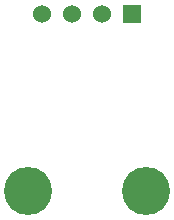
<source format=gbs>
G04 (created by PCBNEW (2013-07-07 BZR 4022)-stable) date 4/12/2015 3:28:36 PM*
%MOIN*%
G04 Gerber Fmt 3.4, Leading zero omitted, Abs format*
%FSLAX34Y34*%
G01*
G70*
G90*
G04 APERTURE LIST*
%ADD10C,0.00590551*%
%ADD11R,0.06X0.06*%
%ADD12C,0.06*%
%ADD13C,0.16*%
G04 APERTURE END LIST*
G54D10*
G54D11*
X15279Y-9055D03*
G54D12*
X14279Y-9055D03*
X13279Y-9055D03*
X12279Y-9055D03*
G54D13*
X11811Y-14960D03*
X15748Y-14960D03*
M02*

</source>
